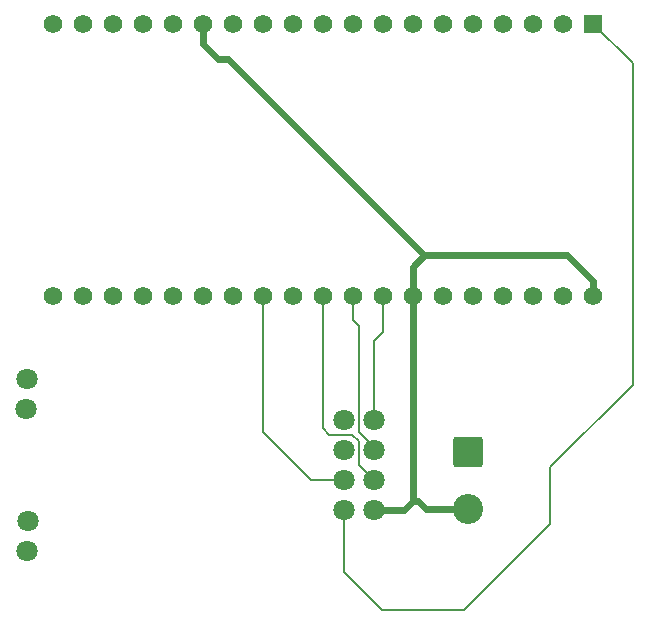
<source format=gbr>
%TF.GenerationSoftware,KiCad,Pcbnew,8.0.6*%
%TF.CreationDate,2025-03-02T18:23:20-07:00*%
%TF.ProjectId,Pit Radio,50697420-5261-4646-996f-2e6b69636164,rev?*%
%TF.SameCoordinates,Original*%
%TF.FileFunction,Copper,L1,Top*%
%TF.FilePolarity,Positive*%
%FSLAX46Y46*%
G04 Gerber Fmt 4.6, Leading zero omitted, Abs format (unit mm)*
G04 Created by KiCad (PCBNEW 8.0.6) date 2025-03-02 18:23:20*
%MOMM*%
%LPD*%
G01*
G04 APERTURE LIST*
G04 Aperture macros list*
%AMRoundRect*
0 Rectangle with rounded corners*
0 $1 Rounding radius*
0 $2 $3 $4 $5 $6 $7 $8 $9 X,Y pos of 4 corners*
0 Add a 4 corners polygon primitive as box body*
4,1,4,$2,$3,$4,$5,$6,$7,$8,$9,$2,$3,0*
0 Add four circle primitives for the rounded corners*
1,1,$1+$1,$2,$3*
1,1,$1+$1,$4,$5*
1,1,$1+$1,$6,$7*
1,1,$1+$1,$8,$9*
0 Add four rect primitives between the rounded corners*
20,1,$1+$1,$2,$3,$4,$5,0*
20,1,$1+$1,$4,$5,$6,$7,0*
20,1,$1+$1,$6,$7,$8,$9,0*
20,1,$1+$1,$8,$9,$2,$3,0*%
G04 Aperture macros list end*
%TA.AperFunction,ComponentPad*%
%ADD10RoundRect,0.249999X-1.025001X1.025001X-1.025001X-1.025001X1.025001X-1.025001X1.025001X1.025001X0*%
%TD*%
%TA.AperFunction,ComponentPad*%
%ADD11C,2.550000*%
%TD*%
%TA.AperFunction,ComponentPad*%
%ADD12R,1.560000X1.560000*%
%TD*%
%TA.AperFunction,ComponentPad*%
%ADD13C,1.560000*%
%TD*%
%TA.AperFunction,ComponentPad*%
%ADD14C,1.800000*%
%TD*%
%TA.AperFunction,Conductor*%
%ADD15C,0.200000*%
%TD*%
%TA.AperFunction,Conductor*%
%ADD16C,0.600000*%
%TD*%
G04 APERTURE END LIST*
D10*
%TO.P,J1,1,Pin_1*%
%TO.N,+5V*%
X136100000Y-134680000D03*
D11*
%TO.P,J1,2,Pin_2*%
%TO.N,GND*%
X136100000Y-139480000D03*
%TD*%
D12*
%TO.P,UNIT_1,J2-1,3V3*%
%TO.N,3V3*%
X146730000Y-98390000D03*
D13*
%TO.P,UNIT_1,J2-2,EN*%
%TO.N,unconnected-(UNIT_1-EN-PadJ2-2)*%
X144190000Y-98390000D03*
%TO.P,UNIT_1,J2-3,SENSOR_VP*%
%TO.N,unconnected-(UNIT_1-SENSOR_VP-PadJ2-3)*%
X141650000Y-98390000D03*
%TO.P,UNIT_1,J2-4,SENSOR_VN*%
%TO.N,unconnected-(UNIT_1-SENSOR_VN-PadJ2-4)*%
X139110000Y-98390000D03*
%TO.P,UNIT_1,J2-5,IO34*%
%TO.N,unconnected-(UNIT_1-IO34-PadJ2-5)*%
X136570000Y-98390000D03*
%TO.P,UNIT_1,J2-6,IO35*%
%TO.N,unconnected-(UNIT_1-IO35-PadJ2-6)*%
X134030000Y-98390000D03*
%TO.P,UNIT_1,J2-7,IO32*%
%TO.N,unconnected-(UNIT_1-IO32-PadJ2-7)*%
X131490000Y-98390000D03*
%TO.P,UNIT_1,J2-8,IO33*%
%TO.N,unconnected-(UNIT_1-IO33-PadJ2-8)*%
X128950000Y-98390000D03*
%TO.P,UNIT_1,J2-9,IO25*%
%TO.N,unconnected-(UNIT_1-IO25-PadJ2-9)*%
X126410000Y-98390000D03*
%TO.P,UNIT_1,J2-10,IO26*%
%TO.N,unconnected-(UNIT_1-IO26-PadJ2-10)*%
X123870000Y-98390000D03*
%TO.P,UNIT_1,J2-11,IO27*%
%TO.N,unconnected-(UNIT_1-IO27-PadJ2-11)*%
X121330000Y-98390000D03*
%TO.P,UNIT_1,J2-12,IO14*%
%TO.N,unconnected-(UNIT_1-IO14-PadJ2-12)*%
X118790000Y-98390000D03*
%TO.P,UNIT_1,J2-13,IO12*%
%TO.N,unconnected-(UNIT_1-IO12-PadJ2-13)*%
X116250000Y-98390000D03*
%TO.P,UNIT_1,J2-14,GND1*%
%TO.N,GND*%
X113710000Y-98390000D03*
%TO.P,UNIT_1,J2-15,IO13*%
%TO.N,unconnected-(UNIT_1-IO13-PadJ2-15)*%
X111170000Y-98390000D03*
%TO.P,UNIT_1,J2-16,SD2*%
%TO.N,unconnected-(UNIT_1-SD2-PadJ2-16)*%
X108630000Y-98390000D03*
%TO.P,UNIT_1,J2-17,SD3*%
%TO.N,unconnected-(UNIT_1-SD3-PadJ2-17)*%
X106090000Y-98390000D03*
%TO.P,UNIT_1,J2-18,CMD*%
%TO.N,unconnected-(UNIT_1-CMD-PadJ2-18)*%
X103550000Y-98390000D03*
%TO.P,UNIT_1,J2-19,EXT_5V*%
%TO.N,+5V*%
X101010000Y-98390000D03*
%TO.P,UNIT_1,J3-1,GND3*%
%TO.N,GND*%
X146710000Y-121430000D03*
%TO.P,UNIT_1,J3-2,IO23*%
%TO.N,SI*%
X144170000Y-121430000D03*
%TO.P,UNIT_1,J3-3,IO22*%
%TO.N,unconnected-(UNIT_1-IO22-PadJ3-3)*%
X141630000Y-121430000D03*
%TO.P,UNIT_1,J3-4,TXD0*%
%TO.N,unconnected-(UNIT_1-TXD0-PadJ3-4)*%
X139090000Y-121430000D03*
%TO.P,UNIT_1,J3-5,RXD0*%
%TO.N,unconnected-(UNIT_1-RXD0-PadJ3-5)*%
X136550000Y-121430000D03*
%TO.P,UNIT_1,J3-6,IO21*%
%TO.N,unconnected-(UNIT_1-IO21-PadJ3-6)*%
X134010000Y-121430000D03*
%TO.P,UNIT_1,J3-7,GND2*%
%TO.N,GND*%
X131470000Y-121430000D03*
%TO.P,UNIT_1,J3-8,IO19*%
%TO.N,SO*%
X128930000Y-121430000D03*
%TO.P,UNIT_1,J3-9,IO18*%
%TO.N,SCK*%
X126390000Y-121430000D03*
%TO.P,UNIT_1,J3-10,IO5*%
%TO.N,CE*%
X123850000Y-121430000D03*
%TO.P,UNIT_1,J3-11,IO17*%
%TO.N,unconnected-(UNIT_1-IO17-PadJ3-11)*%
X121310000Y-121430000D03*
%TO.P,UNIT_1,J3-12,IO16*%
%TO.N,CSN*%
X118770000Y-121430000D03*
%TO.P,UNIT_1,J3-13,IO4*%
%TO.N,unconnected-(UNIT_1-IO4-PadJ3-13)*%
X116230000Y-121430000D03*
%TO.P,UNIT_1,J3-14,IO0*%
%TO.N,unconnected-(UNIT_1-IO0-PadJ3-14)*%
X113690000Y-121430000D03*
%TO.P,UNIT_1,J3-15,IO2*%
%TO.N,unconnected-(UNIT_1-IO2-PadJ3-15)*%
X111150000Y-121430000D03*
%TO.P,UNIT_1,J3-16,IO15*%
%TO.N,unconnected-(UNIT_1-IO15-PadJ3-16)*%
X108610000Y-121430000D03*
%TO.P,UNIT_1,J3-17,SD1*%
%TO.N,unconnected-(UNIT_1-SD1-PadJ3-17)*%
X106070000Y-121430000D03*
%TO.P,UNIT_1,J3-18,SD0*%
%TO.N,unconnected-(UNIT_1-SD0-PadJ3-18)*%
X103530000Y-121430000D03*
%TO.P,UNIT_1,J3-19,CLK*%
%TO.N,unconnected-(UNIT_1-CLK-PadJ3-19)*%
X100990000Y-121430000D03*
%TD*%
D14*
%TO.P,U2,1,GND*%
%TO.N,GND*%
X128165000Y-139530000D03*
%TO.P,U2,2,VCC*%
%TO.N,3V3*%
X125625000Y-139530000D03*
%TO.P,U2,3,CE*%
%TO.N,CE*%
X128165000Y-136990000D03*
%TO.P,U2,4,CSN*%
%TO.N,CSN*%
X125625000Y-136990000D03*
%TO.P,U2,5,SCK*%
%TO.N,SCK*%
X128165000Y-134450000D03*
%TO.P,U2,6,MOSI*%
%TO.N,SI*%
X125625000Y-134450000D03*
%TO.P,U2,7,MISO*%
%TO.N,SO*%
X128165000Y-131910000D03*
%TO.P,U2,8,IRQ*%
%TO.N,unconnected-(U2-IRQ-Pad8)*%
X125625000Y-131910000D03*
%TO.P,U2,9*%
%TO.N,N/C*%
X98775000Y-128480000D03*
X98835000Y-140470000D03*
%TO.P,U2,10*%
X98715000Y-131020000D03*
X98775000Y-143010000D03*
%TD*%
D15*
%TO.N,3V3*%
X125625000Y-139530000D02*
X125625000Y-144775000D01*
X125625000Y-144775000D02*
X128860000Y-148010000D01*
X128860000Y-148010000D02*
X135830000Y-148010000D01*
X143090000Y-140750000D02*
X143090000Y-135950000D01*
X135830000Y-148010000D02*
X143090000Y-140750000D01*
X143090000Y-135950000D02*
X150070000Y-128970000D01*
X150070000Y-128970000D02*
X150070000Y-101730000D01*
X150070000Y-101730000D02*
X146730000Y-98390000D01*
D16*
%TO.N,GND*%
X131470000Y-138810000D02*
X131870000Y-138810000D01*
X131870000Y-138810000D02*
X132540000Y-139480000D01*
X132540000Y-139480000D02*
X136100000Y-139480000D01*
X131470000Y-138810000D02*
X130750000Y-139530000D01*
X131470000Y-121430000D02*
X131470000Y-138810000D01*
X130750000Y-139530000D02*
X128165000Y-139530000D01*
D15*
%TO.N,CE*%
X126910000Y-135735000D02*
X126910000Y-133750000D01*
X126340000Y-133180000D02*
X124400000Y-133180000D01*
X128165000Y-136990000D02*
X126910000Y-135735000D01*
X123850000Y-132630000D02*
X123850000Y-121430000D01*
X126910000Y-133750000D02*
X126340000Y-133180000D01*
X124400000Y-133180000D02*
X123850000Y-132630000D01*
%TO.N,CSN*%
X122810000Y-136990000D02*
X125625000Y-136990000D01*
X118770000Y-132950000D02*
X122810000Y-136990000D01*
X118770000Y-121430000D02*
X118770000Y-132950000D01*
%TO.N,SO*%
X128930000Y-124450000D02*
X128930000Y-121430000D01*
X128165000Y-131910000D02*
X128165000Y-125215000D01*
X128165000Y-125215000D02*
X128930000Y-124450000D01*
%TO.N,SCK*%
X126910000Y-132940000D02*
X126910000Y-124000000D01*
X126910000Y-124000000D02*
X126390000Y-123480000D01*
X128165000Y-134195000D02*
X126910000Y-132940000D01*
X126390000Y-123480000D02*
X126390000Y-121430000D01*
X128165000Y-134450000D02*
X128165000Y-134195000D01*
D16*
%TO.N,GND*%
X144530000Y-117980000D02*
X132430000Y-117980000D01*
X146710000Y-121430000D02*
X146710000Y-120160000D01*
X131470000Y-118940000D02*
X131470000Y-121430000D01*
X113710000Y-100080000D02*
X113710000Y-98390000D01*
X132430000Y-117980000D02*
X131470000Y-118940000D01*
X114960000Y-101330000D02*
X113710000Y-100080000D01*
X146710000Y-120160000D02*
X144530000Y-117980000D01*
X115780000Y-101330000D02*
X114960000Y-101330000D01*
X132430000Y-117980000D02*
X115780000Y-101330000D01*
%TD*%
M02*

</source>
